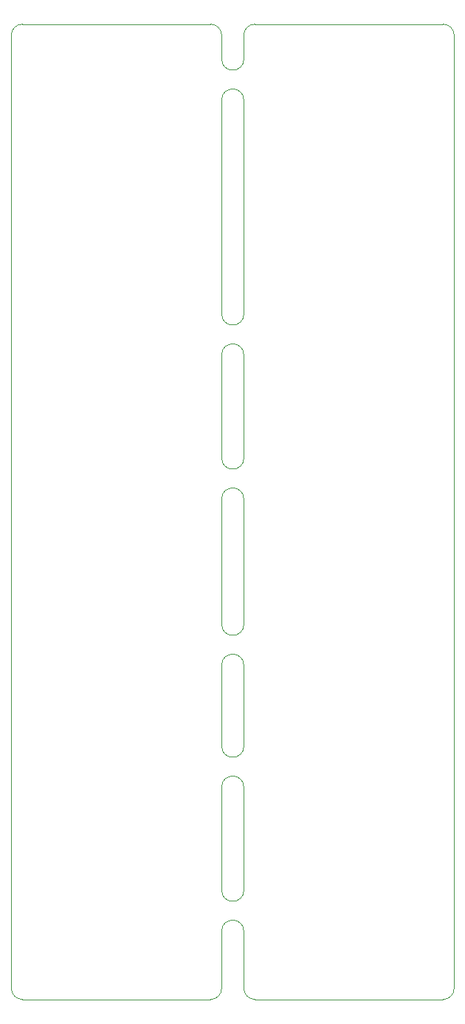
<source format=gm1>
%TF.GenerationSoftware,KiCad,Pcbnew,(5.1.8-0-10_14)*%
%TF.CreationDate,2021-08-10T10:11:07+01:00*%
%TF.ProjectId,4u-music-thing-spring-reverb,34752d6d-7573-4696-932d-7468696e672d,rev?*%
%TF.SameCoordinates,Original*%
%TF.FileFunction,Profile,NP*%
%FSLAX46Y46*%
G04 Gerber Fmt 4.6, Leading zero omitted, Abs format (unit mm)*
G04 Created by KiCad (PCBNEW (5.1.8-0-10_14)) date 2021-08-10 10:11:07*
%MOMM*%
%LPD*%
G01*
G04 APERTURE LIST*
%TA.AperFunction,Profile*%
%ADD10C,0.050000*%
%TD*%
G04 APERTURE END LIST*
D10*
X124460000Y-92519500D02*
X124460000Y-106870500D01*
X127000000Y-106870500D02*
X127000000Y-92519500D01*
X124460000Y-120840500D02*
X124460000Y-111569500D01*
X127000000Y-111569500D02*
X127000000Y-120840500D01*
X124460000Y-92519500D02*
G75*
G02*
X127000000Y-92519500I1270000J0D01*
G01*
X127000000Y-87820500D02*
G75*
G02*
X124460000Y-87820500I-1270000J0D01*
G01*
X124460000Y-125539500D02*
G75*
G02*
X127000000Y-125539500I1270000J0D01*
G01*
X127000000Y-120840500D02*
G75*
G02*
X124460000Y-120840500I-1270000J0D01*
G01*
X127000000Y-42100500D02*
G75*
G02*
X124460000Y-42100500I-1270000J0D01*
G01*
X124460000Y-46799500D02*
G75*
G02*
X127000000Y-46799500I1270000J0D01*
G01*
X127000000Y-71310500D02*
G75*
G02*
X124460000Y-71310500I-1270000J0D01*
G01*
X124460000Y-76009500D02*
G75*
G02*
X127000000Y-76009500I1270000J0D01*
G01*
X127000000Y-106870500D02*
G75*
G02*
X124460000Y-106870500I-1270000J0D01*
G01*
X124460000Y-111569500D02*
G75*
G02*
X127000000Y-111569500I1270000J0D01*
G01*
X127000000Y-137350500D02*
G75*
G02*
X124460000Y-137350500I-1270000J0D01*
G01*
X124460000Y-142049500D02*
G75*
G02*
X127000000Y-142049500I1270000J0D01*
G01*
X124460000Y-142049500D02*
X124460000Y-148590000D01*
X124460000Y-125539500D02*
X124460000Y-137350500D01*
X124460000Y-76009500D02*
X124460000Y-87820500D01*
X124460000Y-46799500D02*
X124460000Y-71310500D01*
X124460000Y-39370000D02*
X124460000Y-42100500D01*
X127000000Y-42100500D02*
X127000000Y-39370000D01*
X127000000Y-71310500D02*
X127000000Y-46799500D01*
X127000000Y-87820500D02*
X127000000Y-76009500D01*
X127000000Y-137350500D02*
X127000000Y-125539500D01*
X127000000Y-142049500D02*
X127000000Y-148590000D01*
X101600000Y-149860000D02*
G75*
G02*
X100330000Y-148590000I0J1270000D01*
G01*
X124460000Y-148590000D02*
G75*
G02*
X123190000Y-149860000I-1270000J0D01*
G01*
X123190000Y-38100000D02*
G75*
G02*
X124460000Y-39370000I0J-1270000D01*
G01*
X100330000Y-39370000D02*
G75*
G02*
X101600000Y-38100000I1270000J0D01*
G01*
X149860000Y-38100000D02*
G75*
G02*
X151130000Y-39370000I0J-1270000D01*
G01*
X127000000Y-39370000D02*
G75*
G02*
X128270000Y-38100000I1270000J0D01*
G01*
X128270000Y-149860000D02*
G75*
G02*
X127000000Y-148590000I0J1270000D01*
G01*
X151130000Y-148590000D02*
G75*
G02*
X149860000Y-149860000I-1270000J0D01*
G01*
X149860000Y-149860000D02*
X128270000Y-149860000D01*
X151130000Y-39370000D02*
X151130000Y-148590000D01*
X128270000Y-38100000D02*
X149860000Y-38100000D01*
X100330000Y-39370000D02*
X100330000Y-148590000D01*
X123190000Y-38100000D02*
X101600000Y-38100000D01*
X101600000Y-149860000D02*
X123190000Y-149860000D01*
M02*

</source>
